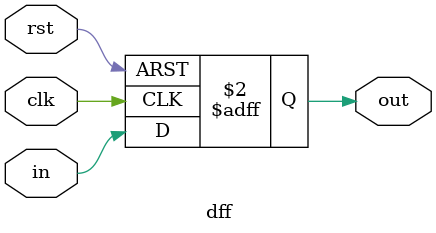
<source format=v>
`timescale 1ns / 1ps

// D flip flop

module dff(in,out,clk,rst);
    input in,clk,rst;
    output out;
    reg out;
    
    always@(posedge clk or posedge rst)
    begin
        if(rst) out <= 1'b0;
        else    
            out <=in;
    end
    
endmodule

</source>
